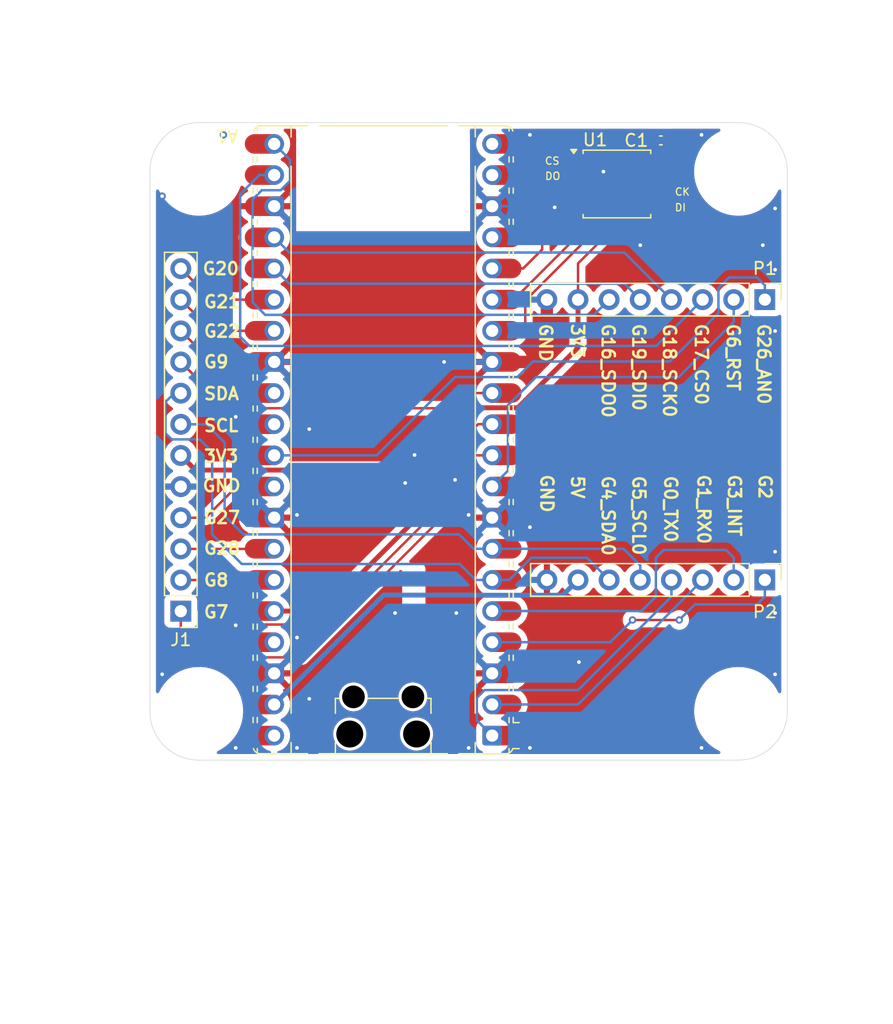
<source format=kicad_pcb>
(kicad_pcb (version 20241229) (generator "pcbnew") (generator_version "9.0")
  (layers (0 "F.Cu" signal) (2 "B.Cu" signal) (13 "F.Paste" user) (15 "B.Paste" user) (5 "F.SilkS" user "F.Silkscreen") (7 "B.SilkS" user "B.Silkscreen") (1 "F.Mask" user) (3 "B.Mask" user) (25 "Edge.Cuts" user))
  (net 0 "")
  (net 1 "GND")
  (net 2 "+3V3")
  (net 5 "+5V")
  (net 10 "/G6_RST")
  (net 11 "/G5_SCL0")
  (net 12 "/G16_MOSI0")
  (net 13 "/G3_INT")
  (net 14 "/G26_AN0")
  (net 15 "/G1_RX0")
  (net 16 "/G4_SDA0")
  (net 17 "/G12_MISO1")
  (net 18 "/G13_CS1")
  (net 19 "/G0_TX0")
  (net 20 "/G18_SCK0")
  (net 21 "/G10_SCK1")
  (net 22 "/G19_MISO0")
  (net 23 "/G17_CS0")
  (net 24 "/G11_MOSI1")
  (net 25 "/G2_PWM")
  (net 26 "/G20")
  (net 27 "/G21")
  (net 28 "/G22")
  (net 29 "/G27_AN1")
  (net 30 "/G28_AN2")
  (net 31 "/G8")
  (net 32 "/G9")
  (net 33 "/G7")
  (footprint "Connector_PinHeader_2.54mm:PinHeader_1x12_P2.54mm_Vertical" (layer "F.Cu") (at 123.77 91.6 180)
    (property "Reference" "J1")
    (property "Value" "Conn_01x12_Socket")
  )
  (footprint "Connector_PinHeader_2.54mm:PinHeader_1x08_P2.54mm_Vertical" (layer "F.Cu") (at 171.415 89.05 -90)
    (property "Reference" "P2")
    (property "Value" "CONN_8")
  )
  (footprint "Module:RaspberryPi_Pico_Common_Unspecified" (layer "F.Cu") (at 140.28 77.62 180)
    (property "Reference" "A1")
    (property "Value" "RaspberryPi_Pico")
  )
  (footprint "MountingHole:MountingHole_3.2mm_M3" (layer "F.Cu") (at 169.25 55.75)
    (property "Reference" "REF**" (hide yes))
    (property "Value" "MountingHole_3.2mm_M3")
  )
  (footprint "MountingHole:MountingHole_3.2mm_M3" (layer "F.Cu") (at 169.25 99.75)
    (property "Reference" "REF**" (hide yes))
    (property "Value" "MountingHole_3.2mm_M3")
  )
  (footprint "MountingHole:MountingHole_3.2mm_M3" (layer "F.Cu") (at 125.25 55.75)
    (property "Reference" "REF**" (hide yes))
    (property "Value" "MountingHole_3.2mm_M3")
  )
  (footprint "Capacitor_SMD:C_0402_1005Metric" (layer "F.Cu") (at 162.934 53.204 180)
    (property "Reference" "C1")
    (property "Value" "100n")
  )
  (footprint "Connector_PinHeader_2.54mm:PinHeader_1x08_P2.54mm_Vertical" (layer "F.Cu") (at 171.415 66.19 -90)
    (property "Reference" "P1")
    (property "Value" "CONN_8")
  )
  (footprint "Package_SO:SOIC-8_5.3x5.3mm_P1.27mm" (layer "F.Cu") (at 159.35 56.76)
    (property "Reference" "U1")
    (property "Value" "W25Q128JVS")
  )
  (footprint "MountingHole:MountingHole_3.2mm_M3" (layer "F.Cu") (at 125.25 99.75)
    (property "Reference" "REF**" (hide yes))
    (property "Value" "MountingHole_3.2mm_M3")
  )
  (gr_line (start 125.25 103.75) (end 169.25 103.75) (stroke (width 0.05)) (layer "Edge.Cuts"))
  (gr_arc (start 125.25 103.75) (mid 122.421573 102.578427) (end 121.25 99.75) (stroke (width 0.05)) (layer "Edge.Cuts"))
  (gr_arc (start 121.25 55.75) (mid 122.421573 52.921573) (end 125.25 51.75) (stroke (width 0.05)) (layer "Edge.Cuts"))
  (gr_line (start 173.25 99.75) (end 173.25 55.75) (stroke (width 0.05)) (layer "Edge.Cuts"))
  (gr_line (start 169.25 51.75) (end 125.25 51.75) (stroke (width 0.05)) (layer "Edge.Cuts"))
  (gr_line (start 121.25 55.75) (end 121.25 99.75) (stroke (width 0.05)) (layer "Edge.Cuts"))
  (gr_arc (start 169.25 51.75) (mid 172.078427 52.921573) (end 173.25 55.75) (stroke (width 0.05)) (layer "Edge.Cuts"))
  (gr_arc (start 173.25 99.75) (mid 172.078427 102.578427) (end 169.25 103.75) (stroke (width 0.05)) (layer "Edge.Cuts"))
  (gr_text "SDA" (at 125.55 74.45 0) (layer "F.SilkS") (effects (font (size 1 1) (thickness 0.2) (bold yes)) (justify left bottom)))
  (gr_text "G18_SCK0" (at 163.05 68.05 270) (layer "F.SilkS") (effects (font (size 1 1) (thickness 0.2) (bold yes)) (justify left bottom)))
  (gr_text "3V3" (at 155.55 68.05 270) (layer "F.SilkS") (effects (font (size 1 1) (thickness 0.2) (bold yes)) (justify left bottom)))
  (gr_text "G7" (at 125.55 92.25 0) (layer "F.SilkS") (effects (font (size 1 1) (thickness 0.2) (bold yes)) (justify left bottom)))
  (gr_text "G16_SDO0" (at 158.05 68.05 270) (layer "F.SilkS") (effects (font (size 1 1) (thickness 0.2) (bold yes)) (justify left bottom)))
  (gr_text "GND" (at 125.45 81.95 0) (layer "F.SilkS") (effects (font (size 1 1) (thickness 0.2) (bold yes)) (justify left bottom)))
  (gr_text "GND" (at 152.95 68.05 270) (layer "F.SilkS") (effects (font (size 1 1) (thickness 0.2) (bold yes)) (justify left bottom)))
  (gr_text "G17_CS0" (at 165.65 68.05 270) (layer "F.SilkS") (effects (font (size 1 1) (thickness 0.2) (bold yes)) (justify left bottom)))
  (gr_text "G6_RST" (at 168.25 68.05 270) (layer "F.SilkS") (effects (font (size 1 1) (thickness 0.2) (bold yes)) (justify left bottom)))
  (gr_text "G26_AN0" (at 170.75 68.05 270) (layer "F.SilkS") (effects (font (size 1 1) (thickness 0.2) (bold yes)) (justify left bottom)))
  (gr_text "GND" (at 153.05 80.35 270) (layer "F.SilkS") (effects (font (size 1 1) (thickness 0.2) (bold yes)) (justify left bottom)))
  (gr_text "G4_SDA0" (at 158.05 80.45 270) (layer "F.SilkS") (effects (font (size 1 1) (thickness 0.2) (bold yes)) (justify left bottom)))
  (gr_text "G1_RX0" (at 165.85 80.35 270) (layer "F.SilkS") (effects (font (size 1 1) (thickness 0.2) (bold yes)) (justify left bottom)))
  (gr_text "G27" (at 125.55 84.55 0) (layer "F.SilkS") (effects (font (size 1 1) (thickness 0.2) (bold yes)) (justify left bottom)))
  (gr_text "G19_SDI0" (at 160.55 68.05 270) (layer "F.SilkS") (effects (font (size 1 1) (thickness 0.2) (bold yes)) (justify left bottom)))
  (gr_text "G20" (at 125.45 64.25 0) (layer "F.SilkS") (effects (font (size 1 1) (thickness 0.2) (bold yes)) (justify left bottom)))
  (gr_text "G28" (at 125.55 87.05 0) (layer "F.SilkS") (effects (font (size 1 1) (thickness 0.2) (bold yes)) (justify left bottom)))
  (gr_text "DO" (at 153.43 56.47 0) (layer "F.SilkS") (effects (font (size 0.6 0.6) (thickness 0.1)) (justify left bottom)))
  (gr_text "DI" (at 164.02 59.03 0) (layer "F.SilkS") (effects (font (size 0.6 0.6) (thickness 0.1)) (justify left bottom)))
  (gr_text "G22" (at 125.55 69.35 0) (layer "F.SilkS") (effects (font (size 1 1) (thickness 0.2) (bold yes)) (justify left bottom)))
  (gr_text "3V3" (at 125.55 79.55 0) (layer "F.SilkS") (effects (font (size 1 1) (thickness 0.2) (bold yes)) (justify left bottom)))
  (gr_text "5V" (at 155.55 80.45 270) (layer "F.SilkS") (effects (font (size 1 1) (thickness 0.2) (bold yes)) (justify left bottom)))
  (gr_text "G21" (at 125.55 66.95 0) (layer "F.SilkS") (effects (font (size 1 1) (thickness 0.2) (bold yes)) (justify left bottom)))
  (gr_text "G3_INT" (at 168.35 80.35 270) (layer "F.SilkS") (effects (font (size 1 1) (thickness 0.2) (bold yes)) (justify left bottom)))
  (gr_text "G2" (at 170.85 80.35 270) (layer "F.SilkS") (effects (font (size 1 1) (thickness 0.2) (bold yes)) (justify left bottom)))
  (gr_text "G8" (at 125.55 89.65 0) (layer "F.SilkS") (effects (font (size 1 1) (thickness 0.2) (bold yes)) (justify left bottom)))
  (gr_text "CK" (at 164.02 57.75 0) (layer "F.SilkS") (effects (font (size 0.6 0.6) (thickness 0.1)) (justify left bottom)))
  (gr_text "SCL" (at 125.55 77.05 0) (layer "F.SilkS") (effects (font (size 1 1) (thickness 0.2) (bold yes)) (justify left bottom)))
  (gr_text "G5_SCL0" (at 160.55 80.45 270) (layer "F.SilkS") (effects (font (size 1 1) (thickness 0.2) (bold yes)) (justify left bottom)))
  (gr_text "G9" (at 125.55 71.85 0) (layer "F.SilkS") (effects (font (size 1 1) (thickness 0.2) (bold yes)) (justify left bottom)))
  (gr_text "G0_TX0" (at 163.15 80.45 270) (layer "F.SilkS") (effects (font (size 1 1) (thickness 0.2) (bold yes)) (justify left bottom)))
  (gr_text "CS" (at 153.42 55.23 0) (layer "F.SilkS") (effects (font (size 0.6 0.6) (thickness 0.1)) (justify left bottom)))
  (segment (start 153.635 66.19) (end 153.635 68.75) (width 1) (layer "F.Cu") (net 1))
  (segment (start 153.635 70.095) (end 152.46 71.27) (width 1) (layer "F.Cu") (net 1))
  (segment (start 160.796 53.204) (end 158.25 55.75) (width 0.2) (layer "F.Cu") (net 1))
  (segment (start 153.635 68.75) (end 153.635 70.095) (width 1) (layer "F.Cu") (net 1))
  (segment (start 162.454 53.204) (end 160.796 53.204) (width 0.2) (layer "F.Cu") (net 1))
  (segment (start 155.7625 58.665) (end 154.27 58.665) (width 0.2) (layer "F.Cu") (net 1))
  (segment (start 152.46 71.27) (end 149.97 71.27) (width 1) (layer "F.Cu") (net 1))
  (via (at 133.25 93.75) (size 0.6) (drill 0.3) (layers "F.Cu" "B.Cu") (net 1))
  (via (at 171.25 61.75) (size 0.6) (drill 0.3) (layers "F.Cu" "B.Cu") (net 1))
  (via (at 172.25 58.75) (size 0.6) (drill 0.3) (layers "F.Cu" "B.Cu") (net 1))
  (via (at 127.25 52.75) (size 0.6) (drill 0.3) (layers "F.Cu" "B.Cu") (net 1))
  (via (at 134.25 76.75) (size 0.6) (drill 0.3) (layers "F.Cu" "B.Cu") (net 1))
  (via (at 172.25 86.75) (size 0.6) (drill 0.3) (layers "F.Cu" "B.Cu") (net 1))
  (via (at 133.25 102.75) (size 0.6) (drill 0.3) (layers "F.Cu" "B.Cu") (net 1))
  (via (at 161.25 61.75) (size 0.6) (drill 0.3) (layers "F.Cu" "B.Cu") (net 1))
  (via (at 158.25 55.75) (size 0.6) (drill 0.3) (layers "F.Cu" "B.Cu") (net 1))
  (via (at 128.25 92.75) (size 0.6) (drill 0.3) (layers "F.Cu" "B.Cu") (net 1))
  (via (at 172.25 63.75) (size 0.6) (drill 0.3) (layers "F.Cu" "B.Cu") (net 1))
  (via (at 172.25 68.75) (size 0.6) (drill 0.3) (layers "F.Cu" "B.Cu") (net 1))
  (via (at 128.25 75.75) (size 0.6) (drill 0.3) (layers "F.Cu" "B.Cu") (net 1))
  (via (at 141.25 91.75) (size 0.6) (drill 0.3) (layers "F.Cu" "B.Cu") (net 1))
  (via (at 152.25 102.75) (size 0.6) (drill 0.3) (layers "F.Cu" "B.Cu") (net 1))
  (via (at 166.25 102.75) (size 0.6) (drill 0.3) (layers "F.Cu" "B.Cu") (net 1))
  (via (at 153.635 68.75) (size 0.6) (drill 0.3) (layers "F.Cu" "B.Cu") (net 1))
  (via (at 156.25 95.75) (size 0.6) (drill 0.3) (layers "F.Cu" "B.Cu") (net 1))
  (via (at 128.25 102.75) (size 0.6) (drill 0.3) (layers "F.Cu" "B.Cu") (net 1))
  (via (at 147.25 83.75) (size 0.6) (drill 0.3) (layers "F.Cu" "B.Cu") (net 1))
  (via (at 146.25 91.75) (size 0.6) (drill 0.3) (layers "F.Cu" "B.Cu") (net 1))
  (via (at 172.25 96.75) (size 0.6) (drill 0.3) (layers "F.Cu" "B.Cu") (net 1))
  (via (at 152.25 84.75) (size 0.6) (drill 0.3) (layers "F.Cu" "B.Cu") (net 1))
  (via (at 145.25 71.27) (size 0.6) (drill 0.3) (layers "F.Cu" "B.Cu") (net 1))
  (via (at 152.25 52.75) (size 0.6) (drill 0.3) (layers "F.Cu" "B.Cu") (net 1))
  (via (at 142.078 81.144) (size 0.6) (drill 0.3) (layers "F.Cu" "B.Cu") (net 1))
  (via (at 122.25 96.75) (size 0.6) (drill 0.3) (layers "F.Cu" "B.Cu") (net 1))
  (via (at 133.25 83.75) (size 0.6) (drill 0.3) (layers "F.Cu" "B.Cu") (net 1))
  (via (at 122.25 57.75) (size 0.6) (drill 0.3) (layers "F.Cu" "B.Cu") (net 1))
  (via (at 147.25 102.75) (size 0.6) (drill 0.3) (layers "F.Cu" "B.Cu") (net 1))
  (via (at 166.25 52.75) (size 0.6) (drill 0.3) (layers "F.Cu" "B.Cu") (net 1))
  (via (at 146.142 80.89) (size 0.6) (drill 0.3) (layers "F.Cu" "B.Cu") (net 1))
  (via (at 172.25 91.75) (size 0.6) (drill 0.3) (layers "F.Cu" "B.Cu") (net 1))
  (via (at 154.27 58.665) (size 0.6) (drill 0.3) (layers "F.Cu" "B.Cu") (net 1))
  (via (at 142.84 78.858) (size 0.6) (drill 0.3) (layers "F.Cu" "B.Cu") (net 1))
  (via (at 134.25 98.75) (size 0.6) (drill 0.3) (layers "F.Cu" "B.Cu") (net 1))
  (segment (start 131.39 71.27) (end 145.25 71.27) (width 0.4) (layer "B.Cu") (net 1))
  (segment (start 153.762 58.665) (end 153.667 58.57) (width 0.2) (layer "B.Cu") (net 1))
  (segment (start 154.27 58.665) (end 153.762 58.665) (width 0.2) (layer "B.Cu") (net 1))
  (segment (start 153.667 58.57) (end 149.17 58.57) (width 0.2) (layer "B.Cu") (net 1))
  (segment (start 145.25 71.27) (end 149.17 71.27) (width 0.4) (layer "B.Cu") (net 1))
  (segment (start 164.43 53.204) (end 164.938 53.712) (width 0.2) (layer "F.Cu") (net 2))
  (segment (start 162.9375 54.855) (end 162.9375 54.1885) (width 0.2) (layer "F.Cu") (net 2))
  (segment (start 135.442 91.59) (end 143.221 83.811) (width 0.4) (layer "F.Cu") (net 2))
  (segment (start 131.39 91.59) (end 135.442 91.59) (width 0.4) (layer "F.Cu") (net 2))
  (segment (start 162.9375 54.1885) (end 163.414 53.712) (width 0.2) (layer "F.Cu") (net 2))
  (segment (start 151.267472 75.011) (end 156.175 70.103472) (width 0.4) (layer "F.Cu") (net 2))
  (segment (start 155.7625 57.395) (end 158.334 57.395) (width 0.2) (layer "F.Cu") (net 2))
  (segment (start 162.9375 54.855) (end 162.9375 56.125) (width 0.2) (layer "F.Cu") (net 2))
  (segment (start 143.221 80.001) (end 143.602 79.62) (width 0.4) (layer "F.Cu") (net 2))
  (segment (start 144.745 78.477) (end 148.211 75.011) (width 0.4) (layer "F.Cu") (net 2))
  (segment (start 143.602 79.62) (end 144.745 78.477) (width 0.4) (layer "F.Cu") (net 2))
  (segment (start 143.131 80.091) (end 143.602 79.62) (width 0.4) (layer "F.Cu") (net 2))
  (segment (start 156.175 63.237) (end 156.175 66.19) (width 0.2) (layer "F.Cu") (net 2))
  (segment (start 123.77 78.9) (end 124.961 80.091) (width 0.4) (layer "F.Cu") (net 2))
  (segment (start 159.604 56.125) (end 162.9375 56.125) (width 0.2) (layer "F.Cu") (net 2))
  (segment (start 158.334 57.395) (end 159.604 56.125) (width 0.2) (layer "F.Cu") (net 2))
  (segment (start 164.938 59.3591) (end 163.7271 60.57) (width 0.2) (layer "F.Cu") (net 2))
  (segment (start 148.211 75.011) (end 151.267472 75.011) (width 0.4) (layer "F.Cu") (net 2))
  (segment (start 158.842 60.57) (end 156.175 63.237) (width 0.2) (layer "F.Cu") (net 2))
  (segment (start 163.414 53.712) (end 163.414 53.204) (width 0.2) (layer "F.Cu") (net 2))
  (segment (start 163.414 53.204) (end 164.43 53.204) (width 0.2) (layer "F.Cu") (net 2))
  (segment (start 156.175 70.103472) (end 156.175 66.19) (width 0.4) (layer "F.Cu") (net 2))
  (segment (start 143.221 83.811) (end 143.221 80.001) (width 0.4) (layer "F.Cu") (net 2))
  (segment (start 163.7271 60.57) (end 158.842 60.57) (width 0.2) (layer "F.Cu") (net 2))
  (segment (start 124.961 80.091) (end 143.131 80.091) (width 0.4) (layer "F.Cu") (net 2))
  (segment (start 164.938 53.712) (end 164.938 59.3591) (width 0.2) (layer "F.Cu") (net 2))
  (segment (start 156.175 89.05) (end 154.924 90.301) (width 0.4) (layer "B.Cu") (net 5))
  (segment (start 148.441 90.301) (end 148.428 90.288) (width 0.4) (layer "B.Cu") (net 5))
  (segment (start 148.428 90.288) (end 140.312 90.288) (width 0.4) (layer "B.Cu") (net 5))
  (segment (start 154.924 90.301) (end 148.441 90.301) (width 0.4) (layer "B.Cu") (net 5))
  (segment (start 140.312 90.288) (end 131.39 99.21) (width 0.4) (layer "B.Cu") (net 5))
  (segment (start 168.875 68.0155) (end 168.875 66.19) (width 0.2) (layer "B.Cu") (net 10))
  (segment (start 150.46 80.14) (end 150.46 74.794) (width 0.2) (layer "B.Cu") (net 10))
  (segment (start 149.17 81.43) (end 150.46 80.14) (width 0.2) (layer "B.Cu") (net 10))
  (segment (start 152.746 72.508) (end 164.3825 72.508) (width 0.2) (layer "B.Cu") (net 10))
  (segment (start 164.3825 72.508) (end 168.875 68.0155) (width 0.2) (layer "B.Cu") (net 10))
  (segment (start 150.46 74.794) (end 152.746 72.508) (width 0.2) (layer "B.Cu") (net 10))
  (segment (start 161.255 89.05) (end 161.16 89.05) (width 0.2) (layer "F.Cu") (net 11))
  (segment (start 127.346 77.842) (end 127.346 83.811) (width 0.2) (layer "B.Cu") (net 11))
  (segment (start 159.89 86.51) (end 161.255 87.875) (width 0.2) (layer "B.Cu") (net 11))
  (segment (start 147.645014 86.51) (end 149.17 86.51) (width 0.2) (layer "B.Cu") (net 11))
  (segment (start 149.17 86.51) (end 159.89 86.51) (width 0.2) (layer "B.Cu") (net 11))
  (segment (start 127.346 83.811) (end 128.87 85.335) (width 0.2) (layer "B.Cu") (net 11))
  (segment (start 125.864 76.36) (end 127.346 77.842) (width 0.2) (layer "B.Cu") (net 11))
  (segment (start 123.77 76.36) (end 125.864 76.36) (width 0.2) (layer "B.Cu") (net 11))
  (segment (start 161.255 87.875) (end 161.255 89.05) (width 0.2) (layer "B.Cu") (net 11))
  (segment (start 146.470014 85.335) (end 147.645014 86.51) (width 0.2) (layer "B.Cu") (net 11))
  (segment (start 128.87 85.335) (end 146.470014 85.335) (width 0.2) (layer "B.Cu") (net 11))
  (segment (start 129.632 58.015939) (end 130.379939 57.268) (width 0.2) (layer "B.Cu") (net 12))
  (segment (start 130.648 67.428) (end 129.632 66.412) (width 0.2) (layer "B.Cu") (net 12))
  (segment (start 129.632 66.412) (end 129.632 58.015939) (width 0.2) (layer "B.Cu") (net 12))
  (segment (start 132.68 56.506) (end 132.68 54.78) (width 0.2) (layer "B.Cu") (net 12))
  (segment (start 158.715 66.19) (end 157.477 67.428) (width 0.2) (layer "B.Cu") (net 12))
  (segment (start 157.477 67.428) (end 130.648 67.428) (width 0.2) (layer "B.Cu") (net 12))
  (segment (start 132.68 54.78) (end 131.39 53.49) (width 0.2) (layer "B.Cu") (net 12))
  (segment (start 130.379939 57.268) (end 131.918 57.268) (width 0.2) (layer "B.Cu") (net 12))
  (segment (start 131.918 57.268) (end 132.68 56.506) (width 0.2) (layer "B.Cu") (net 12))
  (segment (start 168.875 87.24) (end 168.24 86.605) (width 0.2) (layer "B.Cu") (net 13))
  (segment (start 161.35 91.59) (end 149.17 91.59) (width 0.2) (layer "B.Cu") (net 13))
  (segment (start 168.875 89.05) (end 168.875 87.24) (width 0.2) (layer "B.Cu") (net 13))
  (segment (start 163.16 86.605) (end 162.525 87.24) (width 0.2) (layer "B.Cu") (net 13))
  (segment (start 162.525 90.415) (end 161.35 91.59) (width 0.2) (layer "B.Cu") (net 13))
  (segment (start 162.525 87.24) (end 162.525 90.415) (width 0.2) (layer "B.Cu") (net 13))
  (segment (start 168.24 86.605) (end 163.16 86.605) (width 0.2) (layer "B.Cu") (net 13))
  (segment (start 170.78 64.38) (end 171.415 65.015) (width 0.2) (layer "B.Cu") (net 14))
  (segment (start 163.668 71.238) (end 167.6304 67.2756) (width 0.2) (layer "B.Cu") (net 14))
  (segment (start 167.6304 65.2436) (end 168.494 64.38) (width 0.2) (layer "B.Cu") (net 14))
  (segment (start 152.492 71.238) (end 163.668 71.238) (width 0.2) (layer "B.Cu") (net 14))
  (segment (start 167.6304 67.2756) (end 167.6304 65.2436) (width 0.2) (layer "B.Cu") (net 14))
  (segment (start 131.39 78.89) (end 139.76 78.89) (width 0.2) (layer "B.Cu") (net 14))
  (segment (start 151.222 72.508) (end 152.492 71.238) (width 0.2) (layer "B.Cu") (net 14))
  (segment (start 171.415 65.015) (end 171.415 66.19) (width 0.2) (layer "B.Cu") (net 14))
  (segment (start 139.76 78.89) (end 146.142 72.508) (width 0.2) (layer "B.Cu") (net 14))
  (segment (start 168.494 64.38) (end 170.78 64.38) (width 0.2) (layer "B.Cu") (net 14))
  (segment (start 146.142 72.508) (end 151.222 72.508) (width 0.2) (layer "B.Cu") (net 14))
  (segment (start 156.175 99.21) (end 166.335 89.05) (width 0.2) (layer "B.Cu") (net 15))
  (segment (start 149.17 99.21) (end 156.175 99.21) (width 0.2) (layer "B.Cu") (net 15))
  (segment (start 151.19 89.05) (end 149.97 89.05) (width 0.2) (layer "F.Cu") (net 16))
  (segment (start 158.715 89.05) (end 158.715 89.145) (width 0.2) (layer "F.Cu") (net 16))
  (segment (start 152.365 87.24) (end 150.555 89.05) (width 0.2) (layer "B.Cu") (net 16))
  (segment (start 147.825 89.05) (end 149.17 89.05) (width 0.2) (layer "B.Cu") (net 16))
  (segment (start 122.52 74.54) (end 122.52 77.08) (width 0.2) (layer "B.Cu") (net 16))
  (segment (start 146.527945 87.752945) (end 147.825 89.05) (width 0.2) (layer "B.Cu") (net 16))
  (segment (start 123.24 73.82) (end 122.52 74.54) (width 0.2) (layer "B.Cu") (net 16))
  (segment (start 126.33 85.335) (end 128.747945 87.752945) (width 0.2) (layer "B.Cu") (net 16))
  (segment (start 122.52 77.08) (end 123.028 77.588) (width 0.2) (layer "B.Cu") (net 16))
  (segment (start 150.555 89.05) (end 149.17 89.05) (width 0.2) (layer "B.Cu") (net 16))
  (segment (start 128.747945 87.752945) (end 146.527945 87.752945) (width 0.2) (layer "B.Cu") (net 16))
  (segment (start 123.028 77.588) (end 125.314 77.588) (width 0.2) (layer "B.Cu") (net 16))
  (segment (start 123.77 73.82) (end 123.24 73.82) (width 0.2) (layer "B.Cu") (net 16))
  (segment (start 126.33 78.604) (end 126.33 85.335) (width 0.2) (layer "B.Cu") (net 16))
  (segment (start 156.905 87.24) (end 152.365 87.24) (width 0.2) (layer "B.Cu") (net 16))
  (segment (start 158.715 89.05) (end 156.905 87.24) (width 0.2) (layer "B.Cu") (net 16))
  (segment (start 125.314 77.588) (end 126.33 78.604) (width 0.2) (layer "B.Cu") (net 16))
  (segment (start 155.7625 56.125) (end 153.889 56.125) (width 0.2) (layer "F.Cu") (net 17))
  (segment (start 153.254 62.094) (end 151.698 63.65) (width 0.2) (layer "F.Cu") (net 17))
  (segment (start 153.889 56.125) (end 153.254 56.76) (width 0.2) (layer "F.Cu") (net 17))
  (segment (start 151.698 63.65) (end 149.17 63.65) (width 0.2) (layer "F.Cu") (net 17))
  (segment (start 153.254 56.76) (end 153.254 62.094) (width 0.2) (layer "F.Cu") (net 17))
  (segment (start 152.206 61.11) (end 152.492 60.824) (width 0.2) (layer "F.Cu") (net 18))
  (segment (start 153.254 54.855) (end 155.7625 54.855) (width 0.2) (layer "F.Cu") (net 18))
  (segment (start 152.492 55.617) (end 153.254 54.855) (width 0.2) (layer "F.Cu") (net 18))
  (segment (start 149.97 61.11) (end 152.206 61.11) (width 0.2) (layer "F.Cu") (net 18))
  (segment (start 152.492 60.824) (end 152.492 55.617) (width 0.2) (layer "F.Cu") (net 18))
  (segment (start 147.92 98.67) (end 148.555 98.035) (width 0.2) (layer "B.Cu") (net 19))
  (segment (start 147.92 100.5) (end 147.92 98.67) (width 0.2) (layer "B.Cu") (net 19))
  (segment (start 149.17 101.75) (end 147.92 100.5) (width 0.2) (layer "B.Cu") (net 19))
  (segment (start 163.795 90.415) (end 163.795 89.05) (width 0.2) (layer "B.Cu") (net 19))
  (segment (start 148.555 98.035) (end 156.175 98.035) (width 0.2) (layer "B.Cu") (net 19))
  (segment (start 156.175 98.035) (end 163.795 90.415) (width 0.2) (layer "B.Cu") (net 19))
  (segment (start 159.953 62.348) (end 163.795 66.19) (width 0.2) (layer "B.Cu") (net 20))
  (segment (start 132.628 62.348) (end 159.953 62.348) (width 0.2) (layer "B.Cu") (net 20))
  (segment (start 131.39 61.11) (end 132.628 62.348) (width 0.2) (layer "B.Cu") (net 20))
  (segment (start 164.049 57.395) (end 164.43 57.776) (width 0.2) (layer "F.Cu") (net 21))
  (segment (start 151.19 68.73) (end 149.97 68.73) (width 0.2) (layer "F.Cu") (net 21))
  (segment (start 151.871 68.049) (end 151.19 68.73) (width 0.2) (layer "F.Cu") (net 21))
  (segment (start 151.871 66.271) (end 151.871 68.049) (width 0.2) (layer "F.Cu") (net 21))
  (segment (start 164.43 57.776) (end 164.43 59.3) (width 0.2) (layer "F.Cu") (net 21))
  (segment (start 158.334 59.808) (end 151.871 66.271) (width 0.2) (layer "F.Cu") (net 21))
  (segment (start 163.922 59.808) (end 158.334 59.808) (width 0.2) (layer "F.Cu") (net 21))
  (segment (start 162.9375 57.395) (end 164.049 57.395) (width 0.2) (layer "F.Cu") (net 21))
  (segment (start 164.43 59.3) (end 163.922 59.808) (width 0.2) (layer "F.Cu") (net 21))
  (segment (start 159.953 64.888) (end 161.255 66.19) (width 0.2) (layer "B.Cu") (net 22))
  (segment (start 131.39 63.65) (end 132.628 64.888) (width 0.2) (layer "B.Cu") (net 22))
  (segment (start 132.628 64.888) (end 159.953 64.888) (width 0.2) (layer "B.Cu") (net 22))
  (segment (start 166.335 66.19) (end 162.557 69.968) (width 0.2) (layer "B.Cu") (net 23))
  (segment (start 129.378 69.968) (end 128.616 69.206) (width 0.2) (layer "B.Cu") (net 23))
  (segment (start 162.557 69.968) (end 129.378 69.968) (width 0.2) (layer "B.Cu") (net 23))
  (segment (start 128.616 69.206) (end 128.616 57.5915) (width 0.2) (layer "B.Cu") (net 23))
  (segment (start 128.616 57.5915) (end 130.1775 56.03) (width 0.2) (layer "B.Cu") (net 23))
  (segment (start 130.1775 56.03) (end 131.39 56.03) (width 0.2) (layer "B.Cu") (net 23))
  (segment (start 158.461 58.665) (end 162.9375 58.665) (width 0.2) (layer "F.Cu") (net 24))
  (segment (start 149.17 66.19) (end 150.936 66.19) (width 0.2) (layer "F.Cu") (net 24))
  (segment (start 150.936 66.19) (end 158.461 58.665) (width 0.2) (layer "F.Cu") (net 24))
  (segment (start 160.62 92.32) (end 164.43 92.32) (width 0.2) (layer "F.Cu") (net 25))
  (via (at 164.43 92.32) (size 0.6) (drill 0.3) (layers "F.Cu" "B.Cu") (net 25))
  (via (at 160.62 92.32) (size 0.6) (drill 0.3) (layers "F.Cu" "B.Cu") (net 25))
  (segment (start 170.78 91.05) (end 171.415 90.415) (width 0.2) (layer "B.Cu") (net 25))
  (segment (start 171.415 90.415) (end 171.415 89.05) (width 0.2) (layer "B.Cu") (net 25))
  (segment (start 158.81 94.13) (end 160.62 92.32) (width 0.2) (layer "B.Cu") (net 25))
  (segment (start 164.43 92.32) (end 165.7 91.05) (width 0.2) (layer "B.Cu") (net 25))
  (segment (start 149.17 94.13) (end 158.81 94.13) (width 0.2) (layer "B.Cu") (net 25))
  (segment (start 165.7 91.05) (end 170.78 91.05) (width 0.2) (layer "B.Cu") (net 25))
  (segment (start 130.59 66.47) (end 130.14 66.92) (width 0.2) (layer "F.Cu") (net 26))
  (segment (start 126.3 66.19) (end 130.59 66.19) (width 0.2) (layer "F.Cu") (net 26))
  (segment (start 123.77 63.66) (end 126.3 66.19) (width 0.2) (layer "F.Cu") (net 26))
  (segment (start 123.77 66.2) (end 126.3 68.73) (width 0.2) (layer "F.Cu") (net 27))
  (segment (start 126.3 68.73) (end 130.59 68.73) (width 0.2) (layer "F.Cu") (net 27))
  (segment (start 123.77 68.74) (end 128.84 73.81) (width 0.2) (layer "F.Cu") (net 28))
  (segment (start 128.84 73.81) (end 130.59 73.81) (width 0.2) (layer "F.Cu") (net 28))
  (segment (start 125.78 83.98) (end 128.33 81.43) (width 0.2) (layer "F.Cu") (net 29))
  (segment (start 128.33 81.43) (end 131.39 81.43) (width 0.2) (layer "F.Cu") (net 29))
  (segment (start 123.77 83.98) (end 125.78 83.98) (width 0.2) (layer "F.Cu") (net 29))
  (segment (start 123.77 86.52) (end 130.58 86.52) (width 0.2) (layer "F.Cu") (net 30))
  (segment (start 130.58 86.52) (end 130.59 86.51) (width 0.2) (layer "F.Cu") (net 30))
  (segment (start 125.70295 89.06) (end 129.33395 92.691) (width 0.2) (layer "F.Cu") (net 31))
  (segment (start 123.77 89.06) (end 125.70295 89.06) (width 0.2) (layer "F.Cu") (net 31))
  (segment (start 144.11 80.26674) (end 148.02674 76.35) (width 0.2) (layer "F.Cu") (net 31))
  (segment (start 135.357 92.691) (end 144.11 83.938) (width 0.2) (layer "F.Cu") (net 31))
  (segment (start 129.33395 92.691) (end 135.357 92.691) (width 0.2) (layer "F.Cu") (net 31))
  (segment (start 148.02674 76.35) (end 149.17 76.35) (width 0.2) (layer "F.Cu") (net 31))
  (segment (start 144.11 83.938) (end 144.11 80.26674) (width 0.2) (layer "F.Cu") (net 31))
  (segment (start 123.77 71.28) (end 127.538 75.048) (width 0.2) (layer "F.Cu") (net 32))
  (segment (start 146.396 75.048) (end 147.634 73.81) (width 0.2) (layer "F.Cu") (net 32))
  (segment (start 127.538 75.048) (end 146.396 75.048) (width 0.2) (layer "F.Cu") (net 32))
  (segment (start 147.634 73.81) (end 149.17 73.81) (width 0.2) (layer "F.Cu") (net 32))
  (segment (start 133.67495 95.368) (end 144.872 84.17095) (width 0.2) (layer "F.Cu") (net 33))
  (segment (start 123.77 93.57) (end 125.568 95.368) (width 0.2) (layer "F.Cu") (net 33))
  (segment (start 144.872 80.636) (end 146.618 78.89) (width 0.2) (layer "F.Cu") (net 33))
  (segment (start 125.568 95.368) (end 133.67495 95.368) (width 0.2) (layer "F.Cu") (net 33))
  (segment (start 144.872 84.17095) (end 144.872 80.636) (width 0.2) (layer "F.Cu") (net 33))
  (segment (start 146.618 78.89) (end 149.97 78.89) (width 0.2) (layer "F.Cu") (net 33))
  (segment (start 123.77 91.6) (end 123.77 93.57) (width 0.2) (layer "F.Cu") (net 33))
  (zone (net 1) (net_name "GND") (layers "F.Cu" "B.Cu") (connect_pads (clearance 0.5)) (min_thickness 0.25) (fill yes (thermal_gap 0.5) (thermal_bridge_width 0.5))
    (polygon (pts (xy 121.25 51.75) (xy 121.25 103.75) (xy 173.25 103.75) (xy 173.25 51.75)))
  )
  (zone (net 0) (net_name "") (layers "F.Cu" "B.Cu") (connect_pads (clearance 0)) (min_thickness 0.25)
    (keepout (tracks allowed) (vias allowed) (pads allowed) (copperpour not_allowed) (footprints allowed))
    (fill (thermal_gap 0.5) (thermal_bridge_width 0.5))
    (polygon (pts (xy 133.18 56.280105) (xy 133.18 50.41) (xy 147.35 50.45) (xy 147.38 56.280105)))
  )
)
</source>
